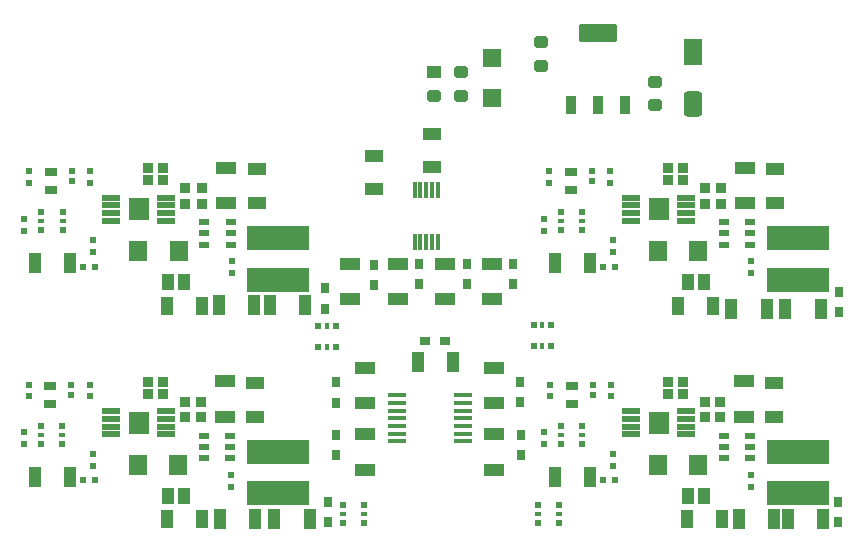
<source format=gtp>
G04*
G04 #@! TF.GenerationSoftware,Altium Limited,Altium Designer,23.4.1 (23)*
G04*
G04 Layer_Color=8421504*
%FSLAX44Y44*%
%MOMM*%
G71*
G04*
G04 #@! TF.SameCoordinates,D2C56FB1-3194-4FD5-B733-79DB95D4BDB6*
G04*
G04*
G04 #@! TF.FilePolarity,Positive*
G04*
G01*
G75*
%ADD17R,0.5000X0.5000*%
%ADD18R,0.5000X0.5000*%
%ADD19R,1.5500X0.3000*%
%ADD20R,1.5500X0.3000*%
%ADD21R,1.0000X1.8000*%
G04:AMPARAMS|DCode=22|XSize=0.45mm|YSize=1.55mm|CornerRadius=0.0495mm|HoleSize=0mm|Usage=FLASHONLY|Rotation=90.000|XOffset=0mm|YOffset=0mm|HoleType=Round|Shape=RoundedRectangle|*
%AMROUNDEDRECTD22*
21,1,0.4500,1.4510,0,0,90.0*
21,1,0.3510,1.5500,0,0,90.0*
1,1,0.0990,0.7255,0.1755*
1,1,0.0990,0.7255,-0.1755*
1,1,0.0990,-0.7255,-0.1755*
1,1,0.0990,-0.7255,0.1755*
%
%ADD22ROUNDEDRECTD22*%
G04:AMPARAMS|DCode=23|XSize=1.73mm|YSize=1.85mm|CornerRadius=0.0519mm|HoleSize=0mm|Usage=FLASHONLY|Rotation=0.000|XOffset=0mm|YOffset=0mm|HoleType=Round|Shape=RoundedRectangle|*
%AMROUNDEDRECTD23*
21,1,1.7300,1.7462,0,0,0.0*
21,1,1.6262,1.8500,0,0,0.0*
1,1,0.1038,0.8131,-0.8731*
1,1,0.1038,-0.8131,-0.8731*
1,1,0.1038,-0.8131,0.8731*
1,1,0.1038,0.8131,0.8731*
%
%ADD23ROUNDEDRECTD23*%
%ADD24R,0.8500X0.9000*%
%ADD25R,0.6000X0.5000*%
%ADD26R,0.6000X0.4000*%
%ADD27R,0.5200X0.5200*%
%ADD28R,0.8000X0.9000*%
G04:AMPARAMS|DCode=29|XSize=1mm|YSize=1.2mm|CornerRadius=0.25mm|HoleSize=0mm|Usage=FLASHONLY|Rotation=270.000|XOffset=0mm|YOffset=0mm|HoleType=Round|Shape=RoundedRectangle|*
%AMROUNDEDRECTD29*
21,1,1.0000,0.7000,0,0,270.0*
21,1,0.5000,1.2000,0,0,270.0*
1,1,0.5000,-0.3500,-0.2500*
1,1,0.5000,-0.3500,0.2500*
1,1,0.5000,0.3500,0.2500*
1,1,0.5000,0.3500,-0.2500*
%
%ADD29ROUNDEDRECTD29*%
%ADD30R,1.6500X1.1000*%
%ADD31R,1.8000X1.0000*%
%ADD32R,0.3000X1.4000*%
G04:AMPARAMS|DCode=33|XSize=0.9mm|YSize=1.45mm|CornerRadius=0.0495mm|HoleSize=0mm|Usage=FLASHONLY|Rotation=180.000|XOffset=0mm|YOffset=0mm|HoleType=Round|Shape=RoundedRectangle|*
%AMROUNDEDRECTD33*
21,1,0.9000,1.3510,0,0,180.0*
21,1,0.8010,1.4500,0,0,180.0*
1,1,0.0990,-0.4005,0.6755*
1,1,0.0990,0.4005,0.6755*
1,1,0.0990,0.4005,-0.6755*
1,1,0.0990,-0.4005,-0.6755*
%
%ADD33ROUNDEDRECTD33*%
G04:AMPARAMS|DCode=34|XSize=3.15mm|YSize=1.45mm|CornerRadius=0.0508mm|HoleSize=0mm|Usage=FLASHONLY|Rotation=180.000|XOffset=0mm|YOffset=0mm|HoleType=Round|Shape=RoundedRectangle|*
%AMROUNDEDRECTD34*
21,1,3.1500,1.3485,0,0,180.0*
21,1,3.0485,1.4500,0,0,180.0*
1,1,0.1015,-1.5243,0.6743*
1,1,0.1015,1.5243,0.6743*
1,1,0.1015,1.5243,-0.6743*
1,1,0.1015,-1.5243,-0.6743*
%
%ADD34ROUNDEDRECTD34*%
G04:AMPARAMS|DCode=35|XSize=1.6mm|YSize=2.2mm|CornerRadius=0.4mm|HoleSize=0mm|Usage=FLASHONLY|Rotation=0.000|XOffset=0mm|YOffset=0mm|HoleType=Round|Shape=RoundedRectangle|*
%AMROUNDEDRECTD35*
21,1,1.6000,1.4000,0,0,0.0*
21,1,0.8000,2.2000,0,0,0.0*
1,1,0.8000,0.4000,-0.7000*
1,1,0.8000,-0.4000,-0.7000*
1,1,0.8000,-0.4000,0.7000*
1,1,0.8000,0.4000,0.7000*
%
%ADD35ROUNDEDRECTD35*%
%ADD36R,1.6000X2.2000*%
%ADD37R,0.9000X0.8000*%
%ADD38R,0.4000X0.6000*%
%ADD39R,0.5000X0.6000*%
%ADD40R,1.0000X0.7500*%
%ADD41R,0.9500X0.6000*%
%ADD42R,5.3000X2.0000*%
%ADD43R,1.5200X1.6800*%
%ADD44R,1.0500X1.6000*%
%ADD45R,1.1000X1.3500*%
%ADD46R,0.9000X0.8500*%
%ADD47R,1.5240X1.5240*%
%ADD48R,1.2000X1.0000*%
D17*
X1509302Y383674D02*
D03*
X1509302Y368674D02*
D03*
X1527302Y383674D02*
D03*
X1527302Y368674D02*
D03*
X1712084Y435742D02*
D03*
X1712084Y450742D02*
D03*
X1694084Y435742D02*
D03*
X1694084Y450742D02*
D03*
X1271702Y435742D02*
D03*
X1271702Y450742D02*
D03*
X1253702Y435742D02*
D03*
X1253702Y450742D02*
D03*
X1271890Y616699D02*
D03*
X1271890Y631699D02*
D03*
X1253890Y616699D02*
D03*
X1253890Y631699D02*
D03*
X1712066Y616699D02*
D03*
X1712066Y631699D02*
D03*
X1694066Y616699D02*
D03*
X1694066Y631699D02*
D03*
X1692511Y368674D02*
D03*
X1692512Y383674D02*
D03*
X1674512Y368674D02*
D03*
X1674512Y383674D02*
D03*
D18*
X1488306Y517796D02*
D03*
X1503306Y517796D02*
D03*
X1488306Y535796D02*
D03*
X1503306Y535796D02*
D03*
X1685678Y536146D02*
D03*
X1670678Y536147D02*
D03*
X1685678Y518146D02*
D03*
X1670678Y518146D02*
D03*
D19*
X1555122Y476596D02*
D03*
X1555122Y463596D02*
D03*
X1555122Y450596D02*
D03*
X1555122Y437596D02*
D03*
X1611122Y437596D02*
D03*
X1611122Y450596D02*
D03*
X1611122Y463596D02*
D03*
X1611122Y476596D02*
D03*
D20*
X1555122Y470096D02*
D03*
X1555122Y457096D02*
D03*
X1555122Y444096D02*
D03*
X1611122Y444096D02*
D03*
X1611122Y457096D02*
D03*
X1611122Y470096D02*
D03*
D21*
X1874548Y371868D02*
D03*
X1844548D02*
D03*
X1915696D02*
D03*
X1885696D02*
D03*
X1434354Y552825D02*
D03*
X1404354D02*
D03*
X1572754Y504698D02*
D03*
X1602754D02*
D03*
X1688592Y407936D02*
D03*
X1718592D02*
D03*
X1248210D02*
D03*
X1278210D02*
D03*
X1451156Y371614D02*
D03*
X1481156D02*
D03*
X1405182Y371868D02*
D03*
X1435182D02*
D03*
X1248398Y588893D02*
D03*
X1278398D02*
D03*
X1447280Y552825D02*
D03*
X1477280D02*
D03*
X1883646Y549777D02*
D03*
X1913646D02*
D03*
X1688574Y588893D02*
D03*
X1718574D02*
D03*
X1838180Y549777D02*
D03*
X1868180D02*
D03*
D22*
X1753494Y463166D02*
D03*
X1799994D02*
D03*
Y456666D02*
D03*
Y450166D02*
D03*
Y443666D02*
D03*
X1753494Y456666D02*
D03*
Y450166D02*
D03*
Y443666D02*
D03*
X1313112D02*
D03*
Y450166D02*
D03*
Y456666D02*
D03*
X1359612Y443666D02*
D03*
Y450166D02*
D03*
Y456666D02*
D03*
Y463166D02*
D03*
X1313112D02*
D03*
X1313300Y624623D02*
D03*
Y631123D02*
D03*
Y637623D02*
D03*
X1359800Y624623D02*
D03*
Y631123D02*
D03*
Y637623D02*
D03*
Y644123D02*
D03*
X1313300D02*
D03*
X1753476Y624623D02*
D03*
Y631123D02*
D03*
Y637623D02*
D03*
X1799976Y624623D02*
D03*
Y631123D02*
D03*
Y637623D02*
D03*
Y644123D02*
D03*
X1753476Y644123D02*
D03*
D23*
X1776744Y453416D02*
D03*
X1336362D02*
D03*
X1336550Y634373D02*
D03*
X1776726D02*
D03*
D24*
X1357086Y488200D02*
D03*
X1344086D02*
D03*
X1784468Y477786D02*
D03*
X1797468D02*
D03*
X1784468Y488200D02*
D03*
X1797468D02*
D03*
X1344086Y477786D02*
D03*
X1357086D02*
D03*
X1344274Y658743D02*
D03*
X1357274D02*
D03*
X1344274Y669157D02*
D03*
X1357274D02*
D03*
X1784450Y658743D02*
D03*
X1797450D02*
D03*
X1784450Y669157D02*
D03*
X1797450D02*
D03*
D25*
X1243144Y475774D02*
D03*
Y485774D02*
D03*
X1295402Y666731D02*
D03*
Y656731D02*
D03*
X1679716Y445274D02*
D03*
Y435274D02*
D03*
X1737628Y416986D02*
D03*
Y426986D02*
D03*
X1684542Y485774D02*
D03*
Y475774D02*
D03*
X1736104D02*
D03*
Y485774D02*
D03*
X1855162Y399368D02*
D03*
Y409368D02*
D03*
X1239334Y445274D02*
D03*
Y435274D02*
D03*
X1297246Y416986D02*
D03*
Y426986D02*
D03*
X1294706Y475774D02*
D03*
Y485774D02*
D03*
X1414780Y399368D02*
D03*
Y409368D02*
D03*
X1239522Y626231D02*
D03*
Y616231D02*
D03*
X1297434Y597943D02*
D03*
Y607943D02*
D03*
X1243840Y666731D02*
D03*
Y656731D02*
D03*
X1414968Y580325D02*
D03*
Y590325D02*
D03*
X1679698Y626231D02*
D03*
Y616231D02*
D03*
X1737610Y597943D02*
D03*
Y607943D02*
D03*
X1683762Y666731D02*
D03*
Y656731D02*
D03*
X1735324D02*
D03*
Y666731D02*
D03*
X1855144Y580325D02*
D03*
Y590325D02*
D03*
D26*
X1509302Y376174D02*
D03*
X1527302D02*
D03*
X1712084Y443242D02*
D03*
X1694084D02*
D03*
X1271702D02*
D03*
X1253702D02*
D03*
X1271890Y624199D02*
D03*
X1253890D02*
D03*
X1712066D02*
D03*
X1694066D02*
D03*
X1692512Y376174D02*
D03*
X1674512D02*
D03*
D27*
X1279908Y666231D02*
D03*
Y658231D02*
D03*
X1720610Y477274D02*
D03*
Y485274D02*
D03*
X1279212Y477274D02*
D03*
Y485274D02*
D03*
X1719830Y658231D02*
D03*
Y666231D02*
D03*
D28*
X1494030Y567167D02*
D03*
Y550167D02*
D03*
X1535430Y587366D02*
D03*
Y570366D02*
D03*
X1573530Y588000D02*
D03*
Y571000D02*
D03*
X1614170Y588000D02*
D03*
Y571000D02*
D03*
X1653032Y588000D02*
D03*
Y571000D02*
D03*
X1928382Y369210D02*
D03*
Y386210D02*
D03*
X1496382Y369210D02*
D03*
Y386210D02*
D03*
X1928872Y547119D02*
D03*
Y564119D02*
D03*
X1503172Y426348D02*
D03*
Y443348D02*
D03*
Y487544D02*
D03*
Y470544D02*
D03*
X1660144Y443348D02*
D03*
Y426348D02*
D03*
X1659128Y470798D02*
D03*
Y487798D02*
D03*
D29*
X1676654Y775556D02*
D03*
Y755556D02*
D03*
X1773174Y742188D02*
D03*
Y722188D02*
D03*
X1609090Y750156D02*
D03*
Y730156D02*
D03*
X1586230Y730410D02*
D03*
D30*
X1535176Y679730D02*
D03*
Y651230D02*
D03*
X1874280Y458710D02*
D03*
Y487210D02*
D03*
X1434660Y458710D02*
D03*
Y487210D02*
D03*
X1436118Y639667D02*
D03*
Y668167D02*
D03*
X1874770Y639667D02*
D03*
Y668167D02*
D03*
X1584960Y669798D02*
D03*
Y698298D02*
D03*
D31*
X1515618Y588024D02*
D03*
Y558024D02*
D03*
X1555750Y588024D02*
D03*
Y558024D02*
D03*
X1595374Y588024D02*
D03*
Y558024D02*
D03*
X1635506Y588024D02*
D03*
Y558024D02*
D03*
X1848880Y488468D02*
D03*
Y458468D02*
D03*
X1409260Y488468D02*
D03*
Y458468D02*
D03*
X1410210Y669425D02*
D03*
Y639425D02*
D03*
X1849624Y669425D02*
D03*
Y639425D02*
D03*
X1528064Y470140D02*
D03*
Y500140D02*
D03*
Y443752D02*
D03*
Y413752D02*
D03*
X1637284Y443752D02*
D03*
Y413752D02*
D03*
X1637538Y470140D02*
D03*
Y500140D02*
D03*
D32*
X1589880Y606650D02*
D03*
X1584880D02*
D03*
X1579880D02*
D03*
X1574880D02*
D03*
X1569880D02*
D03*
Y650650D02*
D03*
X1574880D02*
D03*
X1579880D02*
D03*
X1584880D02*
D03*
X1589880D02*
D03*
D33*
X1702422Y722360D02*
D03*
X1725422D02*
D03*
X1748422D02*
D03*
D34*
X1725422Y783860D02*
D03*
D35*
X1805686Y722982D02*
D03*
D36*
Y766982D02*
D03*
D37*
X1579000Y522732D02*
D03*
X1596000D02*
D03*
D38*
X1495806Y517796D02*
D03*
Y535796D02*
D03*
X1678178Y536146D02*
D03*
Y518146D02*
D03*
D39*
X1729580Y404634D02*
D03*
X1739580D02*
D03*
X1289198D02*
D03*
X1299198D02*
D03*
X1289386Y585591D02*
D03*
X1299386D02*
D03*
X1729562D02*
D03*
X1739562D02*
D03*
D40*
X1702830Y469524D02*
D03*
Y484524D02*
D03*
X1261432Y469524D02*
D03*
Y484524D02*
D03*
X1262128Y650481D02*
D03*
Y665481D02*
D03*
X1702050Y650481D02*
D03*
Y665481D02*
D03*
D41*
X1831788Y442328D02*
D03*
Y432828D02*
D03*
Y423328D02*
D03*
X1854288Y442328D02*
D03*
Y432828D02*
D03*
Y423328D02*
D03*
X1391406Y442328D02*
D03*
Y432828D02*
D03*
Y423328D02*
D03*
X1413906Y442328D02*
D03*
Y432828D02*
D03*
Y423328D02*
D03*
X1391594Y623285D02*
D03*
Y613785D02*
D03*
Y604285D02*
D03*
X1414094Y623285D02*
D03*
Y613785D02*
D03*
Y604285D02*
D03*
X1831770Y623285D02*
D03*
X1831770Y613785D02*
D03*
X1831770Y604285D02*
D03*
X1854270Y623285D02*
D03*
Y613785D02*
D03*
Y604285D02*
D03*
D42*
X1894346Y393738D02*
D03*
Y428738D02*
D03*
X1453964Y393738D02*
D03*
Y428738D02*
D03*
X1454152Y574695D02*
D03*
Y609695D02*
D03*
X1894328Y574695D02*
D03*
Y609695D02*
D03*
D43*
X1810272Y417588D02*
D03*
X1776272D02*
D03*
X1369890D02*
D03*
X1335890D02*
D03*
X1370078Y598545D02*
D03*
X1336078D02*
D03*
X1810254D02*
D03*
X1776254D02*
D03*
D44*
X1830356Y371614D02*
D03*
X1800856D02*
D03*
X1389974D02*
D03*
X1360474D02*
D03*
X1390162Y552571D02*
D03*
X1360662D02*
D03*
X1822718D02*
D03*
X1793218D02*
D03*
D45*
X1801240Y391426D02*
D03*
X1815240D02*
D03*
X1360858D02*
D03*
X1374858D02*
D03*
X1361046Y572383D02*
D03*
X1375046D02*
D03*
X1801222D02*
D03*
X1815222D02*
D03*
D46*
X1828814Y458078D02*
D03*
Y471078D02*
D03*
X1816114Y458078D02*
D03*
Y471078D02*
D03*
X1389194Y458078D02*
D03*
Y471078D02*
D03*
X1375732Y458078D02*
D03*
Y471078D02*
D03*
X1389636Y639035D02*
D03*
Y652035D02*
D03*
X1375920Y639035D02*
D03*
Y652035D02*
D03*
X1829304Y639035D02*
D03*
Y652035D02*
D03*
X1816096Y639035D02*
D03*
Y652035D02*
D03*
D47*
X1635760Y728091D02*
D03*
Y762381D02*
D03*
D48*
X1586230Y750410D02*
D03*
M02*

</source>
